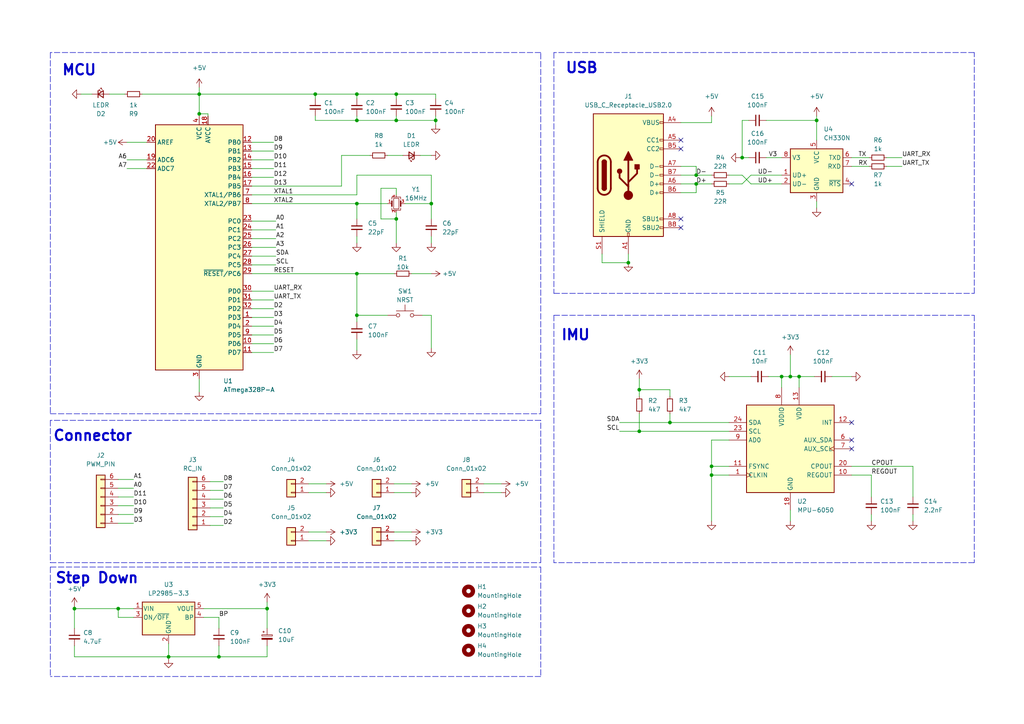
<source format=kicad_sch>
(kicad_sch (version 20211123) (generator eeschema)
  (paper "A4")
  (lib_symbols
    (symbol "Connector:USB_C_Receptacle_USB2.0" (pin_names (offset 1.016))
      (property "Reference" "J" (at -10.16 19.05 0))
      (property "Value" "USB_C_Receptacle_USB2.0" (at 19.05 19.05 0))
      (symbol "USB_C_Receptacle_USB2.0_0_0"
        (rectangle (start -0.254 -17.78) (end 0.254 -16.764))
        (rectangle (start 10.16 -14.986) (end 9.144 -15.494))
        (rectangle (start 10.16 -12.446) (end 9.144 -12.954))
        (rectangle (start 10.16 -4.826) (end 9.144 -5.334))
        (rectangle (start 10.16 -2.286) (end 9.144 -2.794))
        (rectangle (start 10.16 0.254) (end 9.144 -0.254))
        (rectangle (start 10.16 2.794) (end 9.144 2.286))
        (rectangle (start 10.16 7.874) (end 9.144 7.366))
        (rectangle (start 10.16 10.414) (end 9.144 9.906))
        (rectangle (start 10.16 15.494) (end 9.144 14.986))
      )
      (symbol "USB_C_Receptacle_USB2.0_0_1"
        (rectangle (start -10.16 17.78) (end 10.16 -17.78) (stroke (width 0.254)) (fill (type background)))
        (arc (start -8.89 -3.81) (mid -6.985 -5.715) (end -5.08 -3.81) (stroke (width 0.508)))
        (arc (start -7.62 -3.81) (mid -6.985 -4.445) (end -6.35 -3.81) (stroke (width 0.254)))
        (arc (start -7.62 -3.81) (mid -6.985 -4.445) (end -6.35 -3.81) (stroke (width 0.254)) (fill (type outline)))
        (rectangle (start -7.62 -3.81) (end -6.35 3.81) (stroke (width 0.254)) (fill (type outline)))
        (arc (start -6.35 3.81) (mid -6.985 4.445) (end -7.62 3.81) (stroke (width 0.254)))
        (arc (start -6.35 3.81) (mid -6.985 4.445) (end -7.62 3.81) (stroke (width 0.254)) (fill (type outline)))
        (arc (start -5.08 3.81) (mid -6.985 5.715) (end -8.89 3.81) (stroke (width 0.508)))
        (circle (center -2.54 1.143) (radius 0.635) (stroke (width 0.254)) (fill (type outline)))
        (circle (center 0 -5.842) (radius 1.27) (fill (type outline)))
        (polyline (pts (xy -8.89 -3.81) (xy -8.89 3.81)) (stroke (width 0.508)))
        (polyline (pts (xy -5.08 3.81) (xy -5.08 -3.81)) (stroke (width 0.508)))
        (polyline (pts (xy 0 -5.842) (xy 0 4.318)) (stroke (width 0.508)))
        (polyline (pts (xy 0 -3.302) (xy -2.54 -0.762) (xy -2.54 0.508)) (stroke (width 0.508)))
        (polyline (pts (xy 0 -2.032) (xy 2.54 0.508) (xy 2.54 1.778)) (stroke (width 0.508)))
        (polyline (pts (xy -1.27 4.318) (xy 0 6.858) (xy 1.27 4.318) (xy -1.27 4.318)) (stroke (width 0.254)) (fill (type outline)))
        (rectangle (start 1.905 1.778) (end 3.175 3.048) (stroke (width 0.254)) (fill (type outline)))
      )
      (symbol "USB_C_Receptacle_USB2.0_1_1"
        (pin passive line (at 0 -22.86 90) (length 5.08) (name "GND") (number "A1"))
        (pin passive line (at 0 -22.86 90) (length 5.08) hide (name "GND") (number "A12"))
        (pin passive line (at 15.24 15.24 180) (length 5.08) (name "VBUS") (number "A4"))
        (pin bidirectional line (at 15.24 10.16 180) (length 5.08) (name "CC1") (number "A5"))
        (pin bidirectional line (at 15.24 -2.54 180) (length 5.08) (name "D+") (number "A6"))
        (pin bidirectional line (at 15.24 2.54 180) (length 5.08) (name "D-") (number "A7"))
        (pin bidirectional line (at 15.24 -12.7 180) (length 5.08) (name "SBU1") (number "A8"))
        (pin passive line (at 15.24 15.24 180) (length 5.08) hide (name "VBUS") (number "A9"))
        (pin passive line (at 0 -22.86 90) (length 5.08) hide (name "GND") (number "B1"))
        (pin passive line (at 0 -22.86 90) (length 5.08) hide (name "GND") (number "B12"))
        (pin passive line (at 15.24 15.24 180) (length 5.08) hide (name "VBUS") (number "B4"))
        (pin bidirectional line (at 15.24 7.62 180) (length 5.08) (name "CC2") (number "B5"))
        (pin bidirectional line (at 15.24 -5.08 180) (length 5.08) (name "D+") (number "B6"))
        (pin bidirectional line (at 15.24 0 180) (length 5.08) (name "D-") (number "B7"))
        (pin bidirectional line (at 15.24 -15.24 180) (length 5.08) (name "SBU2") (number "B8"))
        (pin passive line (at 15.24 15.24 180) (length 5.08) hide (name "VBUS") (number "B9"))
        (pin passive line (at -7.62 -22.86 90) (length 5.08) (name "SHIELD") (number "S1"))
      )
    )
    (symbol "Connector_Generic:Conn_01x02" (pin_names (offset 1.016) hide)
      (property "Reference" "J" (at 0 2.54 0))
      (property "Value" "Conn_01x02" (at 0 -5.08 0))
      (symbol "Conn_01x02_1_1"
        (rectangle (start -1.27 -2.413) (end 0 -2.667) (stroke (width 0.1524)))
        (rectangle (start -1.27 0.127) (end 0 -0.127) (stroke (width 0.1524)))
        (rectangle (start -1.27 1.27) (end 1.27 -3.81) (stroke (width 0.254)) (fill (type background)))
        (pin passive line (at -5.08 0 0) (length 3.81) (name "Pin_1") (number "1"))
        (pin passive line (at -5.08 -2.54 0) (length 3.81) (name "Pin_2") (number "2"))
      )
    )
    (symbol "Connector_Generic:Conn_01x06" (pin_names (offset 1.016) hide)
      (property "Reference" "J" (at 0 7.62 0))
      (property "Value" "Conn_01x06" (at 0 -10.16 0))
      (symbol "Conn_01x06_1_1"
        (rectangle (start -1.27 -7.493) (end 0 -7.747) (stroke (width 0.1524)))
        (rectangle (start -1.27 -4.953) (end 0 -5.207) (stroke (width 0.1524)))
        (rectangle (start -1.27 -2.413) (end 0 -2.667) (stroke (width 0.1524)))
        (rectangle (start -1.27 0.127) (end 0 -0.127) (stroke (width 0.1524)))
        (rectangle (start -1.27 2.667) (end 0 2.413) (stroke (width 0.1524)))
        (rectangle (start -1.27 5.207) (end 0 4.953) (stroke (width 0.1524)))
        (rectangle (start -1.27 6.35) (end 1.27 -8.89) (stroke (width 0.254)) (fill (type background)))
        (pin passive line (at -5.08 5.08 0) (length 3.81) (name "Pin_1") (number "1"))
        (pin passive line (at -5.08 2.54 0) (length 3.81) (name "Pin_2") (number "2"))
        (pin passive line (at -5.08 0 0) (length 3.81) (name "Pin_3") (number "3"))
        (pin passive line (at -5.08 -2.54 0) (length 3.81) (name "Pin_4") (number "4"))
        (pin passive line (at -5.08 -5.08 0) (length 3.81) (name "Pin_5") (number "5"))
        (pin passive line (at -5.08 -7.62 0) (length 3.81) (name "Pin_6") (number "6"))
      )
    )
    (symbol "Device:C_Polarized_Small" (pin_numbers hide) (pin_names (offset 0.254) hide)
      (property "Reference" "C" (at 0.254 1.778 0))
      (property "Value" "C_Polarized_Small" (at 0.254 -2.032 0))
      (symbol "C_Polarized_Small_0_1"
        (rectangle (start -1.524 -0.3048) (end 1.524 -0.6858) (fill (type outline)))
        (rectangle (start -1.524 0.6858) (end 1.524 0.3048))
        (polyline (pts (xy -1.27 1.524) (xy -0.762 1.524)))
        (polyline (pts (xy -1.016 1.27) (xy -1.016 1.778)))
      )
      (symbol "C_Polarized_Small_1_1"
        (pin passive line (at 0 2.54 270) (length 1.8542) (name "~") (number "1"))
        (pin passive line (at 0 -2.54 90) (length 1.8542) (name "~") (number "2"))
      )
    )
    (symbol "Device:C_Small" (pin_numbers hide) (pin_names (offset 0.254) hide)
      (property "Reference" "C" (at 0.254 1.778 0))
      (property "Value" "C_Small" (at 0.254 -2.032 0))
      (symbol "C_Small_0_1"
        (polyline (pts (xy -1.524 -0.508) (xy 1.524 -0.508)) (stroke (width 0.3302)))
        (polyline (pts (xy -1.524 0.508) (xy 1.524 0.508)) (stroke (width 0.3048)))
      )
      (symbol "C_Small_1_1"
        (pin passive line (at 0 2.54 270) (length 2.032) (name "~") (number "1"))
        (pin passive line (at 0 -2.54 90) (length 2.032) (name "~") (number "2"))
      )
    )
    (symbol "Device:Crystal_GND24_Small" (pin_names (offset 1.016) hide)
      (property "Reference" "Y" (at 1.27 4.445 0))
      (property "Value" "Crystal_GND24_Small" (at 1.27 2.54 0))
      (symbol "Crystal_GND24_Small_0_1"
        (rectangle (start -0.762 -1.524) (end 0.762 1.524))
        (polyline (pts (xy -1.27 -0.762) (xy -1.27 0.762)) (stroke (width 0.381)))
        (polyline (pts (xy 1.27 -0.762) (xy 1.27 0.762)) (stroke (width 0.381)))
        (polyline (pts (xy -1.27 -1.27) (xy -1.27 -1.905) (xy 1.27 -1.905) (xy 1.27 -1.27)))
        (polyline (pts (xy -1.27 1.27) (xy -1.27 1.905) (xy 1.27 1.905) (xy 1.27 1.27)))
      )
      (symbol "Crystal_GND24_Small_1_1"
        (pin passive line (at -2.54 0 0) (length 1.27) (name "1") (number "1"))
        (pin passive line (at 0 -2.54 90) (length 0.635) (name "2") (number "2"))
        (pin passive line (at 2.54 0 180) (length 1.27) (name "3") (number "3"))
        (pin passive line (at 0 2.54 270) (length 0.635) (name "4") (number "4"))
      )
    )
    (symbol "Device:LED_Small" (pin_numbers hide) (pin_names (offset 0.254) hide)
      (property "Reference" "D" (at -1.27 3.175 0))
      (property "Value" "LED_Small" (at -4.445 -2.54 0))
      (symbol "LED_Small_0_1"
        (polyline (pts (xy -0.762 -1.016) (xy -0.762 1.016)) (stroke (width 0.254)))
        (polyline (pts (xy 1.016 0) (xy -0.762 0)))
        (polyline (pts (xy 0.762 -1.016) (xy -0.762 0) (xy 0.762 1.016) (xy 0.762 -1.016)) (stroke (width 0.254)))
        (polyline (pts (xy 0 0.762) (xy -0.508 1.27) (xy -0.254 1.27) (xy -0.508 1.27) (xy -0.508 1.016)))
        (polyline (pts (xy 0.508 1.27) (xy 0 1.778) (xy 0.254 1.778) (xy 0 1.778) (xy 0 1.524)))
      )
      (symbol "LED_Small_1_1"
        (pin passive line (at -2.54 0 0) (length 1.778) (name "K") (number "1"))
        (pin passive line (at 2.54 0 180) (length 1.778) (name "A") (number "2"))
      )
    )
    (symbol "Device:R_Small" (pin_numbers hide) (pin_names (offset 0.254) hide)
      (property "Reference" "R" (at 0.762 0.508 0))
      (property "Value" "R_Small" (at 0.762 -1.016 0))
      (symbol "R_Small_0_1"
        (rectangle (start -0.762 1.778) (end 0.762 -1.778) (stroke (width 0.2032)))
      )
      (symbol "R_Small_1_1"
        (pin passive line (at 0 2.54 270) (length 0.762) (name "~") (number "1"))
        (pin passive line (at 0 -2.54 90) (length 0.762) (name "~") (number "2"))
      )
    )
    (symbol "Interface_USB:CH330N"
      (property "Reference" "U" (at -7.62 6.35 0))
      (property "Value" "CH330N" (at 7.62 6.35 0))
      (symbol "CH330N_0_1"
        (rectangle (start -7.62 5.08) (end 7.62 -7.62) (stroke (width 0.254)) (fill (type background)))
      )
      (symbol "CH330N_1_1"
        (pin bidirectional line (at -10.16 -2.54 0) (length 2.54) (name "UD+") (number "1"))
        (pin bidirectional line (at -10.16 -5.08 0) (length 2.54) (name "UD-") (number "2"))
        (pin power_in line (at 0 -10.16 90) (length 2.54) (name "GND") (number "3"))
        (pin output line (at 10.16 -5.08 180) (length 2.54) (name "~{RTS}") (number "4"))
        (pin power_in line (at 0 7.62 270) (length 2.54) (name "VCC") (number "5"))
        (pin output line (at 10.16 2.54 180) (length 2.54) (name "TXD") (number "6"))
        (pin input line (at 10.16 0 180) (length 2.54) (name "RXD") (number "7"))
        (pin passive line (at -10.16 2.54 0) (length 2.54) (name "V3") (number "8"))
      )
    )
    (symbol "MCU_Microchip_ATmega:ATmega328P-A"
      (property "Reference" "U" (at -12.7 36.83 0))
      (property "Value" "ATmega328P-A" (at 2.54 -36.83 0))
      (symbol "ATmega328P-A_0_1"
        (rectangle (start -12.7 -35.56) (end 12.7 35.56) (stroke (width 0.254)) (fill (type background)))
      )
      (symbol "ATmega328P-A_1_1"
        (pin bidirectional line (at 15.24 -20.32 180) (length 2.54) (name "PD3") (number "1"))
        (pin bidirectional line (at 15.24 -27.94 180) (length 2.54) (name "PD6") (number "10"))
        (pin bidirectional line (at 15.24 -30.48 180) (length 2.54) (name "PD7") (number "11"))
        (pin bidirectional line (at 15.24 30.48 180) (length 2.54) (name "PB0") (number "12"))
        (pin bidirectional line (at 15.24 27.94 180) (length 2.54) (name "PB1") (number "13"))
        (pin bidirectional line (at 15.24 25.4 180) (length 2.54) (name "PB2") (number "14"))
        (pin bidirectional line (at 15.24 22.86 180) (length 2.54) (name "PB3") (number "15"))
        (pin bidirectional line (at 15.24 20.32 180) (length 2.54) (name "PB4") (number "16"))
        (pin bidirectional line (at 15.24 17.78 180) (length 2.54) (name "PB5") (number "17"))
        (pin power_in line (at 2.54 38.1 270) (length 2.54) (name "AVCC") (number "18"))
        (pin input line (at -15.24 25.4 0) (length 2.54) (name "ADC6") (number "19"))
        (pin bidirectional line (at 15.24 -22.86 180) (length 2.54) (name "PD4") (number "2"))
        (pin passive line (at -15.24 30.48 0) (length 2.54) (name "AREF") (number "20"))
        (pin passive line (at 0 -38.1 90) (length 2.54) hide (name "GND") (number "21"))
        (pin input line (at -15.24 22.86 0) (length 2.54) (name "ADC7") (number "22"))
        (pin bidirectional line (at 15.24 7.62 180) (length 2.54) (name "PC0") (number "23"))
        (pin bidirectional line (at 15.24 5.08 180) (length 2.54) (name "PC1") (number "24"))
        (pin bidirectional line (at 15.24 2.54 180) (length 2.54) (name "PC2") (number "25"))
        (pin bidirectional line (at 15.24 0 180) (length 2.54) (name "PC3") (number "26"))
        (pin bidirectional line (at 15.24 -2.54 180) (length 2.54) (name "PC4") (number "27"))
        (pin bidirectional line (at 15.24 -5.08 180) (length 2.54) (name "PC5") (number "28"))
        (pin bidirectional line (at 15.24 -7.62 180) (length 2.54) (name "~{RESET}/PC6") (number "29"))
        (pin power_in line (at 0 -38.1 90) (length 2.54) (name "GND") (number "3"))
        (pin bidirectional line (at 15.24 -12.7 180) (length 2.54) (name "PD0") (number "30"))
        (pin bidirectional line (at 15.24 -15.24 180) (length 2.54) (name "PD1") (number "31"))
        (pin bidirectional line (at 15.24 -17.78 180) (length 2.54) (name "PD2") (number "32"))
        (pin power_in line (at 0 38.1 270) (length 2.54) (name "VCC") (number "4"))
        (pin passive line (at 0 -38.1 90) (length 2.54) hide (name "GND") (number "5"))
        (pin passive line (at 0 38.1 270) (length 2.54) hide (name "VCC") (number "6"))
        (pin bidirectional line (at 15.24 15.24 180) (length 2.54) (name "XTAL1/PB6") (number "7"))
        (pin bidirectional line (at 15.24 12.7 180) (length 2.54) (name "XTAL2/PB7") (number "8"))
        (pin bidirectional line (at 15.24 -25.4 180) (length 2.54) (name "PD5") (number "9"))
      )
    )
    (symbol "Mechanical:MountingHole" (pin_names (offset 1.016))
      (property "Reference" "H" (at 0 5.08 0))
      (property "Value" "MountingHole" (at 0 3.175 0))
      (symbol "MountingHole_0_1"
        (circle (center 0 0) (radius 1.27) (stroke (width 1.27)))
      )
    )
    (symbol "Regulator_Linear:LP2985-3.3" (pin_names (offset 0.254))
      (property "Reference" "U" (at -6.35 5.715 0))
      (property "Value" "LP2985-3.3" (at 0 5.715 0))
      (symbol "LP2985-3.3_0_1"
        (rectangle (start -7.62 -5.08) (end 7.62 4.445) (stroke (width 0.254)) (fill (type background)))
      )
      (symbol "LP2985-3.3_1_1"
        (pin power_in line (at -10.16 2.54 0) (length 2.54) (name "VIN") (number "1"))
        (pin power_in line (at 0 -7.62 90) (length 2.54) (name "GND") (number "2"))
        (pin input line (at -10.16 0 0) (length 2.54) (name "ON/~{OFF}") (number "3"))
        (pin input line (at 10.16 0 180) (length 2.54) (name "BP") (number "4"))
        (pin power_out line (at 10.16 2.54 180) (length 2.54) (name "VOUT") (number "5"))
      )
    )
    (symbol "Sensor_Motion:MPU-6050"
      (property "Reference" "U" (at -11.43 13.97 0))
      (property "Value" "MPU-6050" (at 7.62 -13.97 0))
      (symbol "MPU-6050_0_1"
        (rectangle (start -12.7 12.7) (end 12.7 -12.7) (stroke (width 0.254)) (fill (type background)))
      )
      (symbol "MPU-6050_1_1"
        (pin input clock (at -17.78 -7.62 0) (length 5.08) (name "CLKIN") (number "1"))
        (pin passive line (at 17.78 -7.62 180) (length 5.08) (name "REGOUT") (number "10"))
        (pin input line (at -17.78 -5.08 0) (length 5.08) (name "FSYNC") (number "11"))
        (pin output line (at 17.78 7.62 180) (length 5.08) (name "INT") (number "12"))
        (pin power_in line (at 2.54 17.78 270) (length 5.08) (name "VDD") (number "13"))
        (pin power_in line (at 0 -17.78 90) (length 5.08) (name "GND") (number "18"))
        (pin passive line (at 17.78 -5.08 180) (length 5.08) (name "CPOUT") (number "20"))
        (pin input line (at -17.78 5.08 0) (length 5.08) (name "SCL") (number "23"))
        (pin bidirectional line (at -17.78 7.62 0) (length 5.08) (name "SDA") (number "24"))
        (pin bidirectional line (at 17.78 2.54 180) (length 5.08) (name "AUX_SDA") (number "6"))
        (pin output clock (at 17.78 0 180) (length 5.08) (name "AUX_SCL") (number "7"))
        (pin power_in line (at -2.54 17.78 270) (length 5.08) (name "VDDIO") (number "8"))
        (pin input line (at -17.78 2.54 0) (length 5.08) (name "AD0") (number "9"))
      )
    )
    (symbol "Switch:SW_Push" (pin_numbers hide) (pin_names (offset 1.016) hide)
      (property "Reference" "SW" (at 1.27 2.54 0))
      (property "Value" "SW_Push" (at 0 -1.524 0))
      (symbol "SW_Push_0_1"
        (circle (center -2.032 0) (radius 0.508))
        (polyline (pts (xy 0 1.27) (xy 0 3.048)))
        (polyline (pts (xy 2.54 1.27) (xy -2.54 1.27)))
        (circle (center 2.032 0) (radius 0.508))
        (pin passive line (at -5.08 0 0) (length 2.54) (name "1") (number "1"))
        (pin passive line (at 5.08 0 180) (length 2.54) (name "2") (number "2"))
      )
    )
    (symbol "power:+3.3V" (power) (pin_names (offset 0))
      (property "Value" "+3.3V" (at 0 3.556 0))
      (symbol "+3.3V_0_1"
        (polyline (pts (xy -0.762 1.27) (xy 0 2.54)))
        (polyline (pts (xy 0 0) (xy 0 2.54)))
        (polyline (pts (xy 0 2.54) (xy 0.762 1.27)))
      )
      (symbol "+3.3V_1_1"
        (pin power_in line (at 0 0 90) (length 0) hide (name "+3V3") (number "1"))
      )
    )
    (symbol "power:+5V" (power) (pin_names (offset 0))
      (property "Value" "+5V" (at 0 3.556 0))
      (symbol "+5V_0_1"
        (polyline (pts (xy -0.762 1.27) (xy 0 2.54)))
        (polyline (pts (xy 0 0) (xy 0 2.54)))
        (polyline (pts (xy 0 2.54) (xy 0.762 1.27)))
      )
      (symbol "+5V_1_1"
        (pin power_in line (at 0 0 90) (length 0) hide (name "+5V") (number "1"))
      )
    )
    (symbol "power:GND" (power) (pin_names (offset 0))
      (property "Value" "GND" (at 0 -3.81 0))
      (symbol "GND_0_1"
        (polyline (pts (xy 0 0) (xy 0 -1.27) (xy 1.27 -1.27) (xy 0 -2.54) (xy -1.27 -1.27) (xy 0 -1.27)))
      )
      (symbol "GND_1_1"
        (pin power_in line (at 0 0 270) (length 0) hide (name "GND") (number "1"))
      )
    )
  )
  (junction (at 231.775 109.22))
  (junction (at 182.245 76.2))
  (junction (at 126.365 34.925))
  (junction (at 57.785 27.305))
  (junction (at 63.5 190.5))
  (junction (at 206.375 135.255))
  (junction (at 48.895 190.5))
  (junction (at 226.695 109.22))
  (junction (at 206.375 137.795))
  (junction (at 114.935 63.5))
  (junction (at 201.93 50.8))
  (junction (at 103.505 91.44))
  (junction (at 57.785 33.02))
  (junction (at 194.31 122.555))
  (junction (at 114.935 34.925))
  (junction (at 21.59 176.53))
  (junction (at 236.855 34.925))
  (junction (at 201.93 53.34))
  (junction (at 34.29 176.53))
  (junction (at 103.505 27.305))
  (junction (at 103.505 79.375))
  (junction (at 103.505 59.055))
  (junction (at 103.505 34.925))
  (junction (at 185.42 125.095))
  (junction (at 229.235 109.22))
  (junction (at 125.095 59.055))
  (junction (at 77.47 176.53))
  (junction (at 215.265 45.72))
  (junction (at 185.42 113.03))
  (junction (at 114.935 27.305))
  (junction (at 91.44 27.305))
  (no_connect (at 247.015 122.555))
  (no_connect (at 247.015 53.34))
  (no_connect (at 247.015 127.635))
  (no_connect (at 247.015 130.175))
  (no_connect (at 197.485 63.5))
  (no_connect (at 197.485 66.04))
  (no_connect (at 197.485 40.64))
  (no_connect (at 197.485 43.18))
  (bus_entry (at 215.265 53.34) (size 2.54 -2.54))
  (bus_entry (at 215.265 50.8) (size 2.54 2.54))
  (polyline (pts (xy 14.605 164.465) (xy 156.845 164.465)))
  (wire (pts (xy 114.3 154.305) (xy 119.38 154.305)))
  (wire (pts (xy 215.265 34.925) (xy 215.265 45.72)))
  (wire (pts (xy 222.25 34.925) (xy 236.855 34.925)))
  (wire (pts (xy 206.375 127.635) (xy 206.375 135.255)))
  (wire (pts (xy 91.44 27.305) (xy 91.44 28.575)))
  (wire (pts (xy 34.29 139.065) (xy 38.735 139.065)))
  (polyline (pts (xy 14.605 15.24) (xy 14.605 120.015)))
  (wire (pts (xy 60.96 147.32) (xy 64.77 147.32)))
  (wire (pts (xy 114.3 142.875) (xy 119.38 142.875)))
  (wire (pts (xy 77.47 174.625) (xy 77.47 176.53)))
  (wire (pts (xy 197.485 35.56) (xy 206.375 35.56)))
  (wire (pts (xy 34.29 146.685) (xy 38.735 146.685)))
  (wire (pts (xy 121.92 45.085) (xy 125.095 45.085)))
  (wire (pts (xy 34.29 149.225) (xy 38.735 149.225)))
  (wire (pts (xy 57.785 109.855) (xy 57.785 113.665)))
  (wire (pts (xy 34.29 176.53) (xy 38.735 176.53)))
  (wire (pts (xy 185.42 109.855) (xy 185.42 113.03)))
  (wire (pts (xy 217.805 50.8) (xy 226.695 50.8)))
  (polyline (pts (xy 14.605 120.015) (xy 156.845 120.015)))
  (wire (pts (xy 126.365 28.575) (xy 126.365 27.305)))
  (polyline (pts (xy 156.845 120.015) (xy 156.845 15.24)))
  (wire (pts (xy 114.935 33.655) (xy 114.935 34.925)))
  (wire (pts (xy 201.93 48.26) (xy 201.93 50.8)))
  (wire (pts (xy 57.785 33.02) (xy 57.785 33.655)))
  (wire (pts (xy 201.93 53.34) (xy 206.375 53.34)))
  (wire (pts (xy 73.025 92.075) (xy 79.375 92.075)))
  (wire (pts (xy 60.96 149.86) (xy 64.77 149.86)))
  (wire (pts (xy 77.47 190.5) (xy 63.5 190.5)))
  (wire (pts (xy 140.335 142.875) (xy 145.415 142.875)))
  (wire (pts (xy 36.83 48.895) (xy 42.545 48.895)))
  (wire (pts (xy 236.855 34.925) (xy 236.855 40.64)))
  (wire (pts (xy 110.49 63.5) (xy 114.935 63.5)))
  (wire (pts (xy 103.505 50.8) (xy 125.095 50.8)))
  (wire (pts (xy 73.025 41.275) (xy 79.375 41.275)))
  (wire (pts (xy 34.29 141.605) (xy 38.735 141.605)))
  (polyline (pts (xy 282.575 91.44) (xy 282.575 163.195)))
  (wire (pts (xy 264.795 135.255) (xy 264.795 144.145)))
  (wire (pts (xy 110.49 54.61) (xy 110.49 63.5)))
  (wire (pts (xy 125.095 59.055) (xy 125.095 63.5)))
  (wire (pts (xy 114.935 63.5) (xy 114.935 70.485)))
  (wire (pts (xy 236.855 33.655) (xy 236.855 34.925)))
  (wire (pts (xy 21.59 190.5) (xy 48.895 190.5)))
  (polyline (pts (xy 282.575 15.24) (xy 160.655 15.24)))
  (wire (pts (xy 231.775 109.22) (xy 231.775 112.395)))
  (wire (pts (xy 179.705 125.095) (xy 185.42 125.095)))
  (wire (pts (xy 114.935 56.515) (xy 114.935 54.61)))
  (wire (pts (xy 48.895 186.69) (xy 48.895 190.5)))
  (wire (pts (xy 114.935 27.305) (xy 126.365 27.305)))
  (wire (pts (xy 73.025 53.975) (xy 99.06 53.975)))
  (wire (pts (xy 103.505 59.055) (xy 103.505 63.5)))
  (wire (pts (xy 73.025 51.435) (xy 79.375 51.435)))
  (wire (pts (xy 214.63 45.72) (xy 215.265 45.72)))
  (wire (pts (xy 89.535 154.305) (xy 94.615 154.305)))
  (wire (pts (xy 185.42 113.03) (xy 185.42 114.935)))
  (wire (pts (xy 194.31 120.015) (xy 194.31 122.555)))
  (wire (pts (xy 201.93 55.88) (xy 201.93 53.34)))
  (wire (pts (xy 252.73 137.795) (xy 252.73 144.145)))
  (wire (pts (xy 21.59 187.325) (xy 21.59 190.5)))
  (wire (pts (xy 34.29 144.145) (xy 38.735 144.145)))
  (wire (pts (xy 36.195 27.305) (xy 31.75 27.305)))
  (wire (pts (xy 236.855 58.42) (xy 236.855 60.325)))
  (wire (pts (xy 211.455 53.34) (xy 215.265 53.34)))
  (wire (pts (xy 179.705 122.555) (xy 194.31 122.555)))
  (wire (pts (xy 107.315 45.085) (xy 99.06 45.085)))
  (wire (pts (xy 21.59 176.53) (xy 21.59 182.245)))
  (wire (pts (xy 73.025 64.135) (xy 80.01 64.135)))
  (wire (pts (xy 91.44 27.305) (xy 103.505 27.305)))
  (wire (pts (xy 182.245 73.66) (xy 182.245 76.2)))
  (wire (pts (xy 36.83 46.355) (xy 42.545 46.355)))
  (wire (pts (xy 197.485 50.8) (xy 201.93 50.8)))
  (wire (pts (xy 194.31 113.03) (xy 185.42 113.03)))
  (wire (pts (xy 73.025 48.895) (xy 79.375 48.895)))
  (wire (pts (xy 77.47 187.325) (xy 77.47 190.5)))
  (wire (pts (xy 217.17 34.925) (xy 215.265 34.925)))
  (wire (pts (xy 211.455 109.22) (xy 217.805 109.22)))
  (wire (pts (xy 197.485 53.34) (xy 201.93 53.34)))
  (wire (pts (xy 114.935 54.61) (xy 110.49 54.61)))
  (wire (pts (xy 206.375 135.255) (xy 206.375 137.795)))
  (wire (pts (xy 174.625 76.2) (xy 182.245 76.2)))
  (wire (pts (xy 73.025 84.455) (xy 79.375 84.455)))
  (wire (pts (xy 73.025 76.835) (xy 80.01 76.835)))
  (wire (pts (xy 252.73 149.225) (xy 252.73 151.13)))
  (wire (pts (xy 73.025 89.535) (xy 79.375 89.535)))
  (polyline (pts (xy 14.605 121.92) (xy 14.605 163.195)))
  (wire (pts (xy 63.5 190.5) (xy 48.895 190.5)))
  (wire (pts (xy 229.235 109.22) (xy 231.775 109.22)))
  (wire (pts (xy 103.505 79.375) (xy 114.3 79.375)))
  (polyline (pts (xy 160.655 85.09) (xy 282.575 85.09)))
  (wire (pts (xy 231.775 109.22) (xy 236.22 109.22)))
  (polyline (pts (xy 160.655 91.44) (xy 160.655 163.195)))
  (wire (pts (xy 222.885 109.22) (xy 226.695 109.22)))
  (wire (pts (xy 21.59 176.53) (xy 34.29 176.53)))
  (wire (pts (xy 57.785 27.305) (xy 57.785 33.02)))
  (wire (pts (xy 41.275 27.305) (xy 57.785 27.305)))
  (wire (pts (xy 197.485 55.88) (xy 201.93 55.88)))
  (wire (pts (xy 247.015 48.26) (xy 252.095 48.26)))
  (wire (pts (xy 60.96 144.78) (xy 64.77 144.78)))
  (wire (pts (xy 226.695 109.22) (xy 229.235 109.22)))
  (wire (pts (xy 48.895 190.5) (xy 48.895 191.135)))
  (wire (pts (xy 103.505 98.425) (xy 103.505 101.6)))
  (polyline (pts (xy 156.845 196.215) (xy 14.605 196.215)))
  (wire (pts (xy 206.375 135.255) (xy 211.455 135.255)))
  (wire (pts (xy 73.025 74.295) (xy 80.01 74.295)))
  (wire (pts (xy 114.3 156.845) (xy 119.38 156.845)))
  (wire (pts (xy 103.505 56.515) (xy 103.505 50.8)))
  (wire (pts (xy 34.29 179.07) (xy 34.29 176.53)))
  (wire (pts (xy 57.785 27.305) (xy 91.44 27.305)))
  (wire (pts (xy 21.59 175.895) (xy 21.59 176.53)))
  (wire (pts (xy 206.375 137.795) (xy 211.455 137.795)))
  (wire (pts (xy 73.025 71.755) (xy 80.01 71.755)))
  (wire (pts (xy 60.325 33.02) (xy 57.785 33.02)))
  (wire (pts (xy 211.455 125.095) (xy 185.42 125.095)))
  (wire (pts (xy 215.265 45.72) (xy 217.17 45.72)))
  (wire (pts (xy 211.455 127.635) (xy 206.375 127.635)))
  (wire (pts (xy 73.025 102.235) (xy 79.375 102.235)))
  (wire (pts (xy 73.025 69.215) (xy 80.01 69.215)))
  (polyline (pts (xy 160.655 15.24) (xy 160.655 85.09)))
  (wire (pts (xy 206.375 137.795) (xy 206.375 151.13)))
  (wire (pts (xy 60.96 142.24) (xy 64.77 142.24)))
  (wire (pts (xy 73.025 56.515) (xy 103.505 56.515)))
  (wire (pts (xy 34.29 151.765) (xy 38.735 151.765)))
  (wire (pts (xy 91.44 33.655) (xy 91.44 34.925)))
  (wire (pts (xy 73.025 79.375) (xy 103.505 79.375)))
  (polyline (pts (xy 282.575 163.195) (xy 160.655 163.195)))
  (wire (pts (xy 257.175 45.72) (xy 261.62 45.72)))
  (wire (pts (xy 103.505 34.925) (xy 114.935 34.925)))
  (wire (pts (xy 73.025 99.695) (xy 79.375 99.695)))
  (wire (pts (xy 257.175 48.26) (xy 261.62 48.26)))
  (wire (pts (xy 114.935 61.595) (xy 114.935 63.5)))
  (wire (pts (xy 247.015 135.255) (xy 264.795 135.255)))
  (wire (pts (xy 114.935 34.925) (xy 126.365 34.925)))
  (wire (pts (xy 60.96 139.7) (xy 64.77 139.7)))
  (wire (pts (xy 103.505 91.44) (xy 112.395 91.44)))
  (wire (pts (xy 126.365 33.655) (xy 126.365 34.925)))
  (wire (pts (xy 247.015 45.72) (xy 252.095 45.72)))
  (wire (pts (xy 126.365 34.925) (xy 126.365 36.195)))
  (wire (pts (xy 73.025 43.815) (xy 79.375 43.815)))
  (wire (pts (xy 103.505 27.305) (xy 103.505 28.575)))
  (polyline (pts (xy 156.845 15.24) (xy 14.605 15.24)))
  (wire (pts (xy 59.055 176.53) (xy 77.47 176.53)))
  (wire (pts (xy 103.505 27.305) (xy 114.935 27.305)))
  (wire (pts (xy 63.5 179.07) (xy 63.5 182.245)))
  (wire (pts (xy 89.535 140.335) (xy 94.615 140.335)))
  (wire (pts (xy 57.785 25.4) (xy 57.785 27.305)))
  (wire (pts (xy 125.095 68.58) (xy 125.095 70.485)))
  (wire (pts (xy 60.96 152.4) (xy 64.77 152.4)))
  (wire (pts (xy 77.47 176.53) (xy 77.47 182.245)))
  (wire (pts (xy 140.335 140.335) (xy 145.415 140.335)))
  (wire (pts (xy 229.235 147.955) (xy 229.235 151.13)))
  (wire (pts (xy 194.31 114.935) (xy 194.31 113.03)))
  (polyline (pts (xy 14.605 163.195) (xy 156.845 163.195)))
  (wire (pts (xy 206.375 35.56) (xy 206.375 33.655)))
  (wire (pts (xy 73.025 97.155) (xy 79.375 97.155)))
  (wire (pts (xy 114.3 140.335) (xy 119.38 140.335)))
  (wire (pts (xy 229.235 102.87) (xy 229.235 109.22)))
  (wire (pts (xy 241.3 109.22) (xy 247.015 109.22)))
  (wire (pts (xy 264.795 149.225) (xy 264.795 151.13)))
  (wire (pts (xy 103.505 59.055) (xy 112.395 59.055)))
  (wire (pts (xy 73.025 59.055) (xy 103.505 59.055)))
  (wire (pts (xy 114.935 27.305) (xy 114.935 28.575)))
  (wire (pts (xy 103.505 68.58) (xy 103.505 70.485)))
  (wire (pts (xy 174.625 73.66) (xy 174.625 76.2)))
  (polyline (pts (xy 156.845 121.92) (xy 14.605 121.92)))
  (wire (pts (xy 185.42 125.095) (xy 185.42 120.015)))
  (wire (pts (xy 217.805 53.34) (xy 226.695 53.34)))
  (polyline (pts (xy 156.845 163.195) (xy 156.845 121.92)))
  (wire (pts (xy 89.535 142.875) (xy 94.615 142.875)))
  (wire (pts (xy 26.67 27.305) (xy 23.495 27.305)))
  (wire (pts (xy 73.025 94.615) (xy 79.375 94.615)))
  (wire (pts (xy 119.38 79.375) (xy 125.095 79.375)))
  (wire (pts (xy 36.83 41.275) (xy 42.545 41.275)))
  (wire (pts (xy 89.535 156.845) (xy 94.615 156.845)))
  (wire (pts (xy 103.505 79.375) (xy 103.505 91.44)))
  (wire (pts (xy 222.25 45.72) (xy 226.695 45.72)))
  (wire (pts (xy 197.485 48.26) (xy 201.93 48.26)))
  (wire (pts (xy 247.015 137.795) (xy 252.73 137.795)))
  (wire (pts (xy 226.695 112.395) (xy 226.695 109.22)))
  (wire (pts (xy 59.055 179.07) (xy 63.5 179.07)))
  (wire (pts (xy 194.31 122.555) (xy 211.455 122.555)))
  (wire (pts (xy 99.06 45.085) (xy 99.06 53.975)))
  (wire (pts (xy 73.025 46.355) (xy 79.375 46.355)))
  (wire (pts (xy 103.505 33.655) (xy 103.505 34.925)))
  (wire (pts (xy 125.095 50.8) (xy 125.095 59.055)))
  (wire (pts (xy 103.505 91.44) (xy 103.505 93.345)))
  (wire (pts (xy 73.025 66.675) (xy 80.01 66.675)))
  (wire (pts (xy 60.325 33.655) (xy 60.325 33.02)))
  (polyline (pts (xy 14.605 164.465) (xy 14.605 196.215)))
  (wire (pts (xy 91.44 34.925) (xy 103.505 34.925)))
  (wire (pts (xy 112.395 45.085) (xy 116.84 45.085)))
  (polyline (pts (xy 156.845 164.465) (xy 156.845 196.215)))
  (polyline (pts (xy 282.575 85.09) (xy 282.575 15.24)))
  (wire (pts (xy 125.095 91.44) (xy 125.095 100.965)))
  (wire (pts (xy 117.475 59.055) (xy 125.095 59.055)))
  (wire (pts (xy 38.735 179.07) (xy 34.29 179.07)))
  (wire (pts (xy 122.555 91.44) (xy 125.095 91.44)))
  (wire (pts (xy 73.025 86.995) (xy 79.375 86.995)))
  (polyline (pts (xy 160.655 91.44) (xy 282.575 91.44)))
  (wire (pts (xy 211.455 50.8) (xy 215.265 50.8)))
  (wire (pts (xy 201.93 50.8) (xy 206.375 50.8)))
  (wire (pts (xy 63.5 187.325) (xy 63.5 190.5)))
  (text "USB" (at 163.83 21.59 0) (effects (font (size 3 3) bold) (justify left bottom)))
  (text "MCU" (at 17.78 22.225 0) (effects (font (size 3 3) bold) (justify left bottom)))
  (text "Step Down" (at 15.875 169.545 0) (effects (font (size 3 3) bold) (justify left bottom)))
  (text "IMU" (at 162.56 99.06 0) (effects (font (size 3 3) (thickness 0.6) bold) (justify left bottom)))
  (text "Connector" (at 15.24 128.27 0) (effects (font (size 3 3) bold) (justify left bottom)))
  (label "SCL" (at 80.01 76.835 0))
  (label "BP" (at 63.5 179.07 0))
  (label "D5" (at 64.77 147.32 0))
  (label "RX" (at 248.92 48.26 0))
  (label "D10" (at 79.375 46.355 0))
  (label "D2" (at 64.77 152.4 0))
  (label "SCL" (at 179.705 125.095 180))
  (label "A3" (at 80.01 71.755 0))
  (label "CPOUT" (at 252.73 135.255 0))
  (label "D-" (at 201.93 50.8 0))
  (label "D4" (at 79.375 94.615 0))
  (label "D6" (at 79.375 99.695 0))
  (label "D2" (at 79.375 89.535 0))
  (label "A1" (at 38.735 139.065 0))
  (label "D8" (at 64.77 139.7 0))
  (label "D4" (at 64.77 149.86 0))
  (label "UART_TX" (at 261.62 48.26 0))
  (label "V3" (at 225.425 45.72 180))
  (label "D11" (at 38.735 144.145 0))
  (label "A0" (at 38.735 141.605 0))
  (label "UD+" (at 224.155 53.34 180))
  (label "A7" (at 36.83 48.895 180))
  (label "D7" (at 79.375 102.235 0))
  (label "SDA" (at 179.705 122.555 180))
  (label "D3" (at 38.735 151.765 0))
  (label "D3" (at 79.375 92.075 0))
  (label "D9" (at 38.735 149.225 0))
  (label "RESET" (at 79.375 79.375 0))
  (label "D7" (at 64.77 142.24 0))
  (label "A6" (at 36.83 46.355 180))
  (label "D6" (at 64.77 144.78 0))
  (label "A0" (at 80.01 64.135 0))
  (label "D10" (at 38.735 146.685 0))
  (label "D11" (at 79.375 48.895 0))
  (label "UART_RX" (at 79.375 84.455 0))
  (label "A2" (at 80.01 69.215 0))
  (label "D8" (at 79.375 41.275 0))
  (label "D5" (at 79.375 97.155 0))
  (label "UD-" (at 224.155 50.8 180))
  (label "REGOUT" (at 252.73 137.795 0))
  (label "UART_RX" (at 261.62 45.72 0))
  (label "D9" (at 79.375 43.815 0))
  (label "XTAL2" (at 79.375 59.055 0))
  (label "D13" (at 79.375 53.975 0))
  (label "TX" (at 248.92 45.72 0))
  (label "D12" (at 79.375 51.435 0))
  (label "UART_TX" (at 79.375 86.995 0))
  (label "SDA" (at 80.01 74.295 0))
  (label "D+" (at 201.93 53.34 0))
  (label "A1" (at 80.01 66.675 0))
  (label "XTAL1" (at 79.375 56.515 0))
  (symbol (lib_id "Connector_Generic:Conn_01x02") (at 84.455 156.845 180) (unit 1)
    (property "Reference" "J5" (at 84.455 147.32 0))
    (property "Value" "Conn_01x02" (at 84.455 149.86 0))
    (property "Footprint" "myCustomLibs:pad_01x02" (effects hide))
  )
  (symbol (lib_id "Device:C_Small") (at 103.505 66.04 0) (unit 1)
    (property "Reference" "C5" (at 106.68 64.7762 0) (effects (justify left)))
    (property "Value" "22pF" (at 106.68 67.3162 0) (effects (justify left)))
    (property "Footprint" "Capacitor_SMD:C_0603_1608Metric" (effects hide))
  )
  (symbol (lib_id "Connector_Generic:Conn_01x02") (at 84.455 142.875 180) (unit 1)
    (property "Reference" "J4" (at 84.455 133.35 0))
    (property "Value" "Conn_01x02" (at 84.455 135.89 0))
    (property "Footprint" "myCustomLibs:pad_01x02" (effects hide))
  )
  (symbol (lib_id "power:GND") (at 119.38 142.875 90) (unit 1)
    (property "Reference" "#PWR032" (effects hide))
    (property "Value" "GND" (effects hide))
  )
  (symbol (lib_id "Device:C_Small") (at 125.095 66.04 0) (unit 1)
    (property "Reference" "C6" (at 128.27 64.7762 0) (effects (justify left)))
    (property "Value" "22pF" (at 128.27 67.3162 0) (effects (justify left)))
    (property "Footprint" "Capacitor_SMD:C_0603_1608Metric" (effects hide))
  )
  (symbol (lib_id "Device:C_Small") (at 103.505 31.115 0) (unit 1)
    (property "Reference" "C2" (at 106.045 29.8512 0) (effects (justify left)))
    (property "Value" "100nF" (at 106.045 32.3912 0) (effects (justify left)))
    (property "Footprint" "Capacitor_SMD:C_0603_1608Metric" (effects hide))
  )
  (symbol (lib_id "power:GND") (at 57.785 113.665 0) (unit 1)
    (property "Reference" "#PWR09" (effects hide))
    (property "Value" "GND" (effects hide))
  )
  (symbol (lib_id "Interface_USB:CH330N") (at 236.855 48.26 0) (unit 1)
    (property "Reference" "U4" (at 238.8744 37.465 0) (effects (justify left)))
    (property "Value" "CH330N" (at 238.8744 40.005 0) (effects (justify left)))
    (property "Footprint" "Package_SO:SOIC-8_3.9x4.9mm_P1.27mm" (effects hide))
    (property "Datasheet" "http://www.wch.cn/downloads/file/240.html" (effects hide))
  )
  (symbol (lib_id "power:+3.3V") (at 185.42 109.855 0) (unit 1)
    (property "Reference" "#PWR014" (effects hide))
    (property "Value" "+3.3V" (at 185.42 104.775 0))
  )
  (symbol (lib_id "Device:R_Small") (at 208.915 53.34 90) (unit 1)
    (property "Reference" "R5" (at 208.915 55.88 90))
    (property "Value" "22R" (at 208.915 58.42 90))
    (property "Footprint" "Resistor_SMD:R_0603_1608Metric" (effects hide))
  )
  (symbol (lib_id "power:GND") (at 126.365 36.195 0) (unit 1)
    (property "Reference" "#PWR05" (effects hide))
    (property "Value" "GND" (effects hide))
  )
  (symbol (lib_id "Device:C_Small") (at 21.59 184.785 0) (unit 1)
    (property "Reference" "C8" (at 24.13 183.5212 0) (effects (justify left)))
    (property "Value" "4.7uF" (at 24.13 186.0612 0) (effects (justify left)))
    (property "Footprint" "Capacitor_SMD:C_0805_2012Metric" (effects hide))
  )
  (symbol (lib_id "Device:R_Small") (at 109.855 45.085 90) (unit 1)
    (property "Reference" "R8" (at 109.855 39.37 90))
    (property "Value" "1k" (at 109.855 41.91 90))
    (property "Footprint" "Resistor_SMD:R_0603_1608Metric" (effects hide))
  )
  (symbol (lib_id "power:GND") (at 236.855 60.325 0) (unit 1)
    (property "Reference" "#PWR026" (effects hide))
    (property "Value" "GND" (effects hide))
  )
  (symbol (lib_id "Device:R_Small") (at 254.635 48.26 90) (unit 1)
    (property "Reference" "R7" (at 254.635 50.8 90))
    (property "Value" "1k" (at 254.635 53.34 90))
    (property "Footprint" "Resistor_SMD:R_0603_1608Metric" (effects hide))
  )
  (symbol (lib_id "Device:C_Small") (at 252.73 146.685 0) (unit 1)
    (property "Reference" "C13" (at 255.27 145.4212 0) (effects (justify left)))
    (property "Value" "100nF" (at 255.27 147.9612 0) (effects (justify left)))
    (property "Footprint" "Capacitor_SMD:C_0603_1608Metric" (effects hide))
  )
  (symbol (lib_id "power:GND") (at 94.615 156.845 90) (unit 1)
    (property "Reference" "#PWR030" (effects hide))
    (property "Value" "GND" (effects hide))
  )
  (symbol (lib_id "power:+5V") (at 57.785 25.4 0) (unit 1)
    (property "Reference" "#PWR08" (effects hide))
    (property "Value" "+5V" (at 57.785 19.685 0))
  )
  (symbol (lib_id "Device:C_Small") (at 114.935 31.115 0) (unit 1)
    (property "Reference" "C3" (at 117.475 29.8512 0) (effects (justify left)))
    (property "Value" "100nF" (at 117.475 32.3912 0) (effects (justify left)))
    (property "Footprint" "Capacitor_SMD:C_0603_1608Metric" (effects hide))
  )
  (symbol (lib_id "power:+5V") (at 236.855 33.655 0) (unit 1)
    (property "Reference" "#PWR025" (effects hide))
    (property "Value" "+5V" (at 236.855 27.94 0))
  )
  (symbol (lib_id "Device:C_Small") (at 264.795 146.685 0) (unit 1)
    (property "Reference" "C14" (at 267.97 145.4212 0) (effects (justify left)))
    (property "Value" "2.2nF" (at 267.97 147.9612 0) (effects (justify left)))
    (property "Footprint" "Capacitor_SMD:C_0603_1608Metric" (effects hide))
  )
  (symbol (lib_id "power:+5V") (at 119.38 140.335 270) (unit 1)
    (property "Reference" "#PWR031" (effects hide))
    (property "Value" "+5V" (at 123.19 140.3349 90) (effects (justify left)))
  )
  (symbol (lib_id "Device:R_Small") (at 116.84 79.375 90) (unit 1)
    (property "Reference" "R1" (at 116.84 74.93 90))
    (property "Value" "10k" (at 116.84 77.47 90))
    (property "Footprint" "Resistor_SMD:R_0603_1608Metric" (effects hide))
  )
  (symbol (lib_id "Device:C_Small") (at 126.365 31.115 0) (unit 1)
    (property "Reference" "C4" (at 128.905 29.8512 0) (effects (justify left)))
    (property "Value" "100nF" (at 128.905 32.3912 0) (effects (justify left)))
    (property "Footprint" "Capacitor_SMD:C_0603_1608Metric" (effects hide))
  )
  (symbol (lib_id "power:GND") (at 211.455 109.22 270) (unit 1)
    (property "Reference" "#PWR016" (effects hide))
    (property "Value" "GND" (effects hide))
  )
  (symbol (lib_id "Mechanical:MountingHole") (at 135.89 182.88 0) (unit 1)
    (property "Reference" "H3" (at 138.43 181.6099 0) (effects (justify left)))
    (property "Value" "MountingHole" (at 138.43 184.1499 0) (effects (justify left)))
    (property "Footprint" "MountingHole:MountingHole_3mm_Pad_Via" (effects hide))
  )
  (symbol (lib_id "Sensor_Motion:MPU-6050") (at 229.235 130.175 0) (unit 1)
    (property "Reference" "U2" (at 231.2544 145.415 0) (effects (justify left)))
    (property "Value" "MPU-6050" (at 231.2544 147.955 0) (effects (justify left)))
    (property "Footprint" "Sensor_Motion:InvenSense_QFN-24_4x4mm_P0.5mm" (effects hide))
    (property "Datasheet" "https://store.invensense.com/datasheets/invensense/MPU-6050_DataSheet_V3%204.pdf" (effects hide))
  )
  (symbol (lib_id "power:GND") (at 182.245 76.2 0) (unit 1)
    (property "Reference" "#PWR022" (effects hide))
    (property "Value" "GND" (effects hide))
  )
  (symbol (lib_id "power:+5V") (at 206.375 33.655 0) (unit 1)
    (property "Reference" "#PWR023" (effects hide))
    (property "Value" "+5V" (at 206.375 27.94 0))
  )
  (symbol (lib_id "power:+3.3V") (at 77.47 174.625 0) (unit 1)
    (property "Reference" "#PWR013" (effects hide))
    (property "Value" "+3.3V" (at 77.47 169.545 0))
  )
  (symbol (lib_id "power:GND") (at 252.73 151.13 0) (unit 1)
    (property "Reference" "#PWR020" (effects hide))
    (property "Value" "GND" (effects hide))
  )
  (symbol (lib_id "power:GND") (at 125.095 100.965 0) (unit 1)
    (property "Reference" "#PWR07" (effects hide))
    (property "Value" "GND" (effects hide))
  )
  (symbol (lib_id "power:GND") (at 94.615 142.875 90) (unit 1)
    (property "Reference" "#PWR028" (effects hide))
    (property "Value" "GND" (effects hide))
  )
  (symbol (lib_id "power:+5V") (at 125.095 79.375 270) (unit 1)
    (property "Reference" "#PWR010" (effects hide))
    (property "Value" "+5V" (at 128.27 79.3749 90) (effects (justify left)))
  )
  (symbol (lib_id "power:GND") (at 23.495 27.305 270) (unit 1)
    (property "Reference" "#PWR037" (effects hide))
    (property "Value" "GND" (effects hide))
  )
  (symbol (lib_id "Connector_Generic:Conn_01x06") (at 55.88 147.32 180) (unit 1)
    (property "Reference" "J3" (at 55.88 133.35 0))
    (property "Value" "RC_IN" (at 55.88 135.89 0))
    (property "Footprint" "myCustomLibs:pad_01x06" (effects hide))
  )
  (symbol (lib_id "Device:C_Small") (at 220.345 109.22 270) (unit 1)
    (property "Reference" "C11" (at 220.3386 102.235 90))
    (property "Value" "10nF" (at 220.3386 104.775 90))
    (property "Footprint" "Capacitor_SMD:C_0603_1608Metric" (effects hide))
  )
  (symbol (lib_id "power:+5V") (at 94.615 140.335 270) (unit 1)
    (property "Reference" "#PWR027" (effects hide))
    (property "Value" "+5V" (at 98.425 140.3349 90) (effects (justify left)))
  )
  (symbol (lib_id "power:GND") (at 103.505 70.485 0) (unit 1)
    (property "Reference" "#PWR02" (effects hide))
    (property "Value" "GND" (effects hide))
  )
  (symbol (lib_id "power:+5V") (at 36.83 41.275 90) (unit 1)
    (property "Reference" "#PWR01" (effects hide))
    (property "Value" "+5V" (at 29.845 41.275 90) (effects (justify right)))
  )
  (symbol (lib_id "Device:Crystal_GND24_Small") (at 114.935 59.055 0) (unit 1)
    (property "Reference" "Y1" (at 120.65 54.9148 0))
    (property "Value" "16MHz" (at 120.65 57.4548 0))
    (property "Footprint" "Crystal:Crystal_SMD_3225-4Pin_3.2x2.5mm" (effects hide))
  )
  (symbol (lib_id "Regulator_Linear:LP2985-3.3") (at 48.895 179.07 0) (unit 1)
    (property "Reference" "U3" (at 48.895 169.545 0))
    (property "Value" "LP2985-3.3" (at 48.895 172.085 0))
    (property "Footprint" "Package_TO_SOT_SMD:SOT-23-5" (effects hide))
    (property "Datasheet" "http://www.ti.com/lit/ds/symlink/lp2985.pdf" (effects hide))
  )
  (symbol (lib_id "Device:R_Small") (at 38.735 27.305 270) (unit 1)
    (property "Reference" "R9" (at 38.735 33.02 90))
    (property "Value" "1k" (at 38.735 30.48 90))
    (property "Footprint" "Resistor_SMD:R_0603_1608Metric" (effects hide))
  )
  (symbol (lib_id "Device:LED_Small") (at 29.21 27.305 0) (unit 1)
    (property "Reference" "D2" (at 29.2735 33.02 0))
    (property "Value" "LEDR" (at 29.2735 30.48 0))
    (property "Footprint" "LED_SMD:LED_0603_1608Metric" (effects hide))
  )
  (symbol (lib_id "Connector_Generic:Conn_01x02") (at 109.22 156.845 180) (unit 1)
    (property "Reference" "J7" (at 109.22 147.32 0))
    (property "Value" "Conn_01x02" (at 109.22 149.86 0))
    (property "Footprint" "myCustomLibs:pad_01x02" (effects hide))
  )
  (symbol (lib_id "Mechanical:MountingHole") (at 135.89 177.165 0) (unit 1)
    (property "Reference" "H2" (at 138.43 175.8949 0) (effects (justify left)))
    (property "Value" "MountingHole" (at 138.43 178.4349 0) (effects (justify left)))
    (property "Footprint" "MountingHole:MountingHole_3mm_Pad_Via" (effects hide))
  )
  (symbol (lib_id "power:+5V") (at 145.415 140.335 270) (unit 1)
    (property "Reference" "#PWR035" (effects hide))
    (property "Value" "+5V" (at 149.225 140.3349 90) (effects (justify left)))
  )
  (symbol (lib_id "power:GND") (at 214.63 45.72 270) (unit 1)
    (property "Reference" "#PWR024" (effects hide))
    (property "Value" "GND" (effects hide))
  )
  (symbol (lib_id "power:GND") (at 229.235 151.13 0) (unit 1)
    (property "Reference" "#PWR018" (effects hide))
    (property "Value" "GND" (effects hide))
  )
  (symbol (lib_id "Device:LED_Small") (at 119.38 45.085 180) (unit 1)
    (property "Reference" "D1" (at 119.3165 39.37 0))
    (property "Value" "LEDR" (at 119.3165 41.91 0))
    (property "Footprint" "LED_SMD:LED_0603_1608Metric" (effects hide))
  )
  (symbol (lib_id "Device:C_Small") (at 63.5 184.785 0) (unit 1)
    (property "Reference" "C9" (at 66.675 183.5212 0) (effects (justify left)))
    (property "Value" "100nF" (at 66.675 186.0612 0) (effects (justify left)))
    (property "Footprint" "Capacitor_SMD:C_0603_1608Metric" (effects hide))
  )
  (symbol (lib_id "power:GND") (at 125.095 70.485 0) (unit 1)
    (property "Reference" "#PWR04" (effects hide))
    (property "Value" "GND" (effects hide))
  )
  (symbol (lib_id "Mechanical:MountingHole") (at 135.89 171.45 0) (unit 1)
    (property "Reference" "H1" (at 138.43 170.1799 0) (effects (justify left)))
    (property "Value" "MountingHole" (at 138.43 172.7199 0) (effects (justify left)))
    (property "Footprint" "MountingHole:MountingHole_3mm_Pad_Via" (effects hide))
  )
  (symbol (lib_id "Device:R_Small") (at 254.635 45.72 90) (unit 1)
    (property "Reference" "R6" (at 254.635 40.64 90))
    (property "Value" "1k" (at 254.635 43.18 90))
    (property "Footprint" "Resistor_SMD:R_0603_1608Metric" (effects hide))
  )
  (symbol (lib_id "Mechanical:MountingHole") (at 135.89 188.595 0) (unit 1)
    (property "Reference" "H4" (at 138.43 187.3249 0) (effects (justify left)))
    (property "Value" "MountingHole" (at 138.43 189.8649 0) (effects (justify left)))
    (property "Footprint" "MountingHole:MountingHole_3mm_Pad_Via" (effects hide))
  )
  (symbol (lib_id "Connector_Generic:Conn_01x02") (at 109.22 142.875 180) (unit 1)
    (property "Reference" "J6" (at 109.22 133.35 0))
    (property "Value" "Conn_01x02" (at 109.22 135.89 0))
    (property "Footprint" "myCustomLibs:pad_01x02" (effects hide))
  )
  (symbol (lib_id "Switch:SW_Push") (at 117.475 91.44 0) (unit 1)
    (property "Reference" "SW1" (at 117.475 84.455 0))
    (property "Value" "NRST" (at 117.475 86.995 0))
    (property "Footprint" "Button_Switch_SMD:SW_SPST_B3U-1000P" (effects hide))
  )
  (symbol (lib_id "power:GND") (at 48.895 191.135 0) (unit 1)
    (property "Reference" "#PWR012" (effects hide))
    (property "Value" "GND" (effects hide))
  )
  (symbol (lib_id "MCU_Microchip_ATmega:ATmega328P-A") (at 57.785 71.755 0) (unit 1)
    (property "Reference" "U1" (at 64.77 110.49 0) (effects (justify left)))
    (property "Value" "ATmega328P-A" (at 64.77 113.03 0) (effects (justify left)))
    (property "Footprint" "Package_QFP:TQFP-32_7x7mm_P0.8mm" (effects hide))
    (property "Datasheet" "http://ww1.microchip.com/downloads/en/DeviceDoc/ATmega328_P%20AVR%20MCU%20with%20picoPower%20Technology%20Data%20Sheet%2040001984A.pdf" (effects hide))
  )
  (symbol (lib_id "power:+3.3V") (at 229.235 102.87 0) (unit 1)
    (property "Reference" "#PWR017" (effects hide))
    (property "Value" "+3.3V" (at 229.235 97.79 0))
  )
  (symbol (lib_id "power:GND") (at 114.935 70.485 0) (unit 1)
    (property "Reference" "#PWR03" (effects hide))
    (property "Value" "GND" (effects hide))
  )
  (symbol (lib_id "Connector_Generic:Conn_01x06") (at 29.21 146.685 180) (unit 1)
    (property "Reference" "J2" (at 29.21 132.08 0))
    (property "Value" "PWM_PIN" (at 29.21 134.62 0))
    (property "Footprint" "myCustomLibs:pad_01x06" (effects hide))
  )
  (symbol (lib_id "power:GND") (at 264.795 151.13 0) (unit 1)
    (property "Reference" "#PWR021" (effects hide))
    (property "Value" "GND" (effects hide))
  )
  (symbol (lib_id "power:+5V") (at 21.59 175.895 0) (unit 1)
    (property "Reference" "#PWR011" (effects hide))
    (property "Value" "+5V" (at 21.59 170.815 0))
  )
  (symbol (lib_id "power:GND") (at 206.375 151.13 0) (unit 1)
    (property "Reference" "#PWR015" (effects hide))
    (property "Value" "GND" (effects hide))
  )
  (symbol (lib_id "power:GND") (at 145.415 142.875 90) (unit 1)
    (property "Reference" "#PWR036" (effects hide))
    (property "Value" "GND" (effects hide))
  )
  (symbol (lib_id "power:GND") (at 103.505 101.6 0) (unit 1)
    (property "Reference" "#PWR06" (effects hide))
    (property "Value" "GND" (effects hide))
  )
  (symbol (lib_id "Device:C_Small") (at 103.505 95.885 0) (unit 1)
    (property "Reference" "C7" (at 106.68 94.6212 0) (effects (justify left)))
    (property "Value" "100nF" (at 106.68 97.1612 0) (effects (justify left)))
    (property "Footprint" "Capacitor_SMD:C_0603_1608Metric" (effects hide))
  )
  (symbol (lib_id "power:GND") (at 119.38 156.845 90) (unit 1)
    (property "Reference" "#PWR034" (effects hide))
    (property "Value" "GND" (effects hide))
  )
  (symbol (lib_id "Device:R_Small") (at 194.31 117.475 0) (unit 1)
    (property "Reference" "R3" (at 196.85 116.2049 0) (effects (justify left)))
    (property "Value" "4k7" (at 196.85 118.7449 0) (effects (justify left)))
    (property "Footprint" "Resistor_SMD:R_0603_1608Metric" (effects hide))
  )
  (symbol (lib_id "power:GND") (at 247.015 109.22 90) (unit 1)
    (property "Reference" "#PWR019" (effects hide))
    (property "Value" "GND" (effects hide))
  )
  (symbol (lib_id "Device:R_Small") (at 208.915 50.8 90) (unit 1)
    (property "Reference" "R4" (at 208.915 45.72 90))
    (property "Value" "22R" (at 208.915 48.26 90))
    (property "Footprint" "Resistor_SMD:R_0603_1608Metric" (effects hide))
  )
  (symbol (lib_id "Device:C_Small") (at 219.71 34.925 90) (unit 1)
    (property "Reference" "C15" (at 219.7163 27.94 90))
    (property "Value" "100nF" (at 219.7163 30.48 90))
    (property "Footprint" "Capacitor_SMD:C_0603_1608Metric" (effects hide))
  )
  (symbol (lib_id "power:+3.3V") (at 119.38 154.305 270) (unit 1)
    (property "Reference" "#PWR033" (effects hide))
    (property "Value" "+3.3V" (at 123.19 154.3049 90) (effects (justify left)))
  )
  (symbol (lib_id "Device:C_Small") (at 238.76 109.22 270) (unit 1)
    (property "Reference" "C12" (at 238.7536 102.235 90))
    (property "Value" "100nF" (at 238.7536 104.775 90))
    (property "Footprint" "Capacitor_SMD:C_0603_1608Metric" (effects hide))
  )
  (symbol (lib_id "power:GND") (at 125.095 45.085 90) (unit 1)
    (property "Reference" "#PWR038" (effects hide))
    (property "Value" "GND" (effects hide))
  )
  (symbol (lib_id "Connector_Generic:Conn_01x02") (at 135.255 142.875 180) (unit 1)
    (property "Reference" "J8" (at 135.255 133.35 0))
    (property "Value" "Conn_01x02" (at 135.255 135.89 0))
    (property "Footprint" "myCustomLibs:pad_01x02" (effects hide))
  )
  (symbol (lib_id "Device:C_Small") (at 91.44 31.115 0) (unit 1)
    (property "Reference" "C1" (at 93.98 29.8512 0) (effects (justify left)))
    (property "Value" "100nF" (at 93.98 32.3912 0) (effects (justify left)))
    (property "Footprint" "Capacitor_SMD:C_0603_1608Metric" (effects hide))
  )
  (symbol (lib_id "Device:R_Small") (at 185.42 117.475 0) (unit 1)
    (property "Reference" "R2" (at 187.96 116.2049 0) (effects (justify left)))
    (property "Value" "4k7" (at 187.96 118.7449 0) (effects (justify left)))
    (property "Footprint" "Resistor_SMD:R_0603_1608Metric" (effects hide))
  )
  (symbol (lib_id "Connector:USB_C_Receptacle_USB2.0") (at 182.245 50.8 0) (unit 1)
    (property "Reference" "J1" (at 182.245 27.94 0))
    (property "Value" "USB_C_Receptacle_USB2.0" (at 182.245 30.48 0))
    (property "Footprint" "Connector_USB:USB_C_Receptacle_XKB_U262-16XN-4BVC11" (effects hide))
    (property "Datasheet" "https://www.usb.org/sites/default/files/documents/usb_type-c.zip" (effects hide))
  )
  (symbol (lib_id "Device:C_Polarized_Small") (at 77.47 184.785 0) (unit 1)
    (property "Reference" "C10" (at 80.645 182.9688 0) (effects (justify left)))
    (property "Value" "10uF" (at 80.645 185.5088 0) (effects (justify left)))
    (property "Footprint" "Capacitor_Tantalum_SMD:CP_EIA-3216-10_Kemet-I" (effects hide))
  )
  (symbol (lib_id "power:+3.3V") (at 94.615 154.305 270) (unit 1)
    (property "Reference" "#PWR029" (effects hide))
    (property "Value" "+3.3V" (at 98.425 154.3049 90) (effects (justify left)))
  )
  (symbol (lib_id "Device:C_Small") (at 219.71 45.72 90) (unit 1)
    (property "Reference" "C16" (at 219.7163 38.735 90))
    (property "Value" "100nF" (at 219.7163 41.275 90))
    (property "Footprint" "Capacitor_SMD:C_0603_1608Metric" (effects hide))
  )
)
</source>
